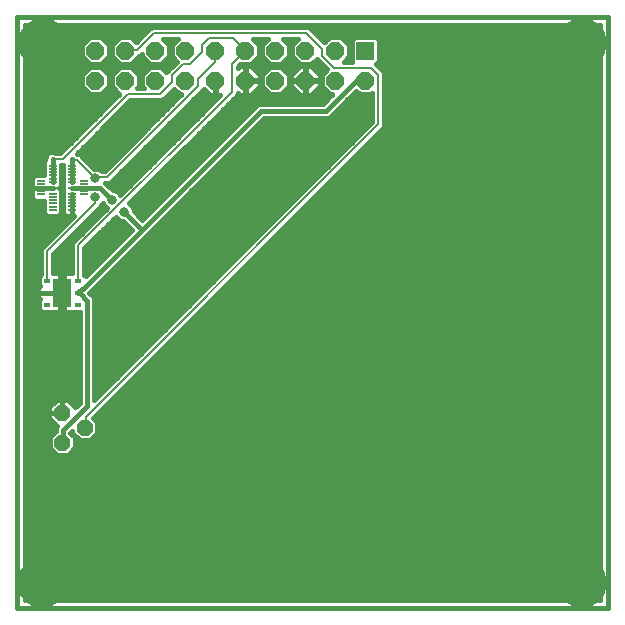
<source format=gtl>
G75*
%MOIN*%
%OFA0B0*%
%FSLAX25Y25*%
%IPPOS*%
%LPD*%
%AMOC8*
5,1,8,0,0,1.08239X$1,22.5*
%
%ADD10C,0.01600*%
%ADD11R,0.06000X0.06000*%
%ADD12OC8,0.06000*%
%ADD13R,0.02756X0.01121*%
%ADD14R,0.02362X0.01575*%
%ADD15R,0.05906X0.09449*%
%ADD16OC8,0.05200*%
%ADD17C,0.03169*%
%ADD18C,0.16598*%
%ADD19C,0.00800*%
D10*
X0001800Y0001800D02*
X0198650Y0001800D01*
X0198650Y0198650D01*
X0001800Y0198650D01*
X0001800Y0001800D01*
X0004400Y0004400D02*
X0004400Y0196050D01*
X0196050Y0196050D01*
X0196050Y0004400D01*
X0004400Y0004400D01*
X0004400Y0004997D02*
X0196050Y0004997D01*
X0196050Y0006596D02*
X0004400Y0006596D01*
X0004400Y0008194D02*
X0196050Y0008194D01*
X0196050Y0009793D02*
X0004400Y0009793D01*
X0004400Y0011391D02*
X0196050Y0011391D01*
X0196050Y0012990D02*
X0004400Y0012990D01*
X0004400Y0014588D02*
X0196050Y0014588D01*
X0196050Y0016187D02*
X0004400Y0016187D01*
X0004400Y0017785D02*
X0196050Y0017785D01*
X0196050Y0019384D02*
X0004400Y0019384D01*
X0004400Y0020982D02*
X0196050Y0020982D01*
X0196050Y0022581D02*
X0004400Y0022581D01*
X0004400Y0024179D02*
X0196050Y0024179D01*
X0196050Y0025778D02*
X0004400Y0025778D01*
X0004400Y0027376D02*
X0196050Y0027376D01*
X0196050Y0028975D02*
X0004400Y0028975D01*
X0004400Y0030573D02*
X0196050Y0030573D01*
X0196050Y0032172D02*
X0004400Y0032172D01*
X0004400Y0033770D02*
X0196050Y0033770D01*
X0196050Y0035369D02*
X0004400Y0035369D01*
X0004400Y0036967D02*
X0196050Y0036967D01*
X0196050Y0038566D02*
X0004400Y0038566D01*
X0004400Y0040164D02*
X0196050Y0040164D01*
X0196050Y0041763D02*
X0004400Y0041763D01*
X0004400Y0043361D02*
X0196050Y0043361D01*
X0196050Y0044960D02*
X0004400Y0044960D01*
X0004400Y0046558D02*
X0196050Y0046558D01*
X0196050Y0048157D02*
X0004400Y0048157D01*
X0004400Y0049755D02*
X0196050Y0049755D01*
X0196050Y0051354D02*
X0004400Y0051354D01*
X0004400Y0052952D02*
X0014708Y0052952D01*
X0015060Y0052600D02*
X0018540Y0052600D01*
X0021000Y0055060D01*
X0021000Y0058540D01*
X0019467Y0060073D01*
X0020100Y0060706D01*
X0020100Y0060060D01*
X0022560Y0057600D01*
X0026040Y0057600D01*
X0028500Y0060060D01*
X0028500Y0063540D01*
X0027034Y0065006D01*
X0123028Y0161000D01*
X0123028Y0161000D01*
X0124200Y0162172D01*
X0124200Y0180228D01*
X0123028Y0181400D01*
X0121500Y0182928D01*
X0121526Y0182928D01*
X0122463Y0183866D01*
X0122463Y0191191D01*
X0121526Y0192128D01*
X0114200Y0192128D01*
X0113263Y0191191D01*
X0113263Y0183866D01*
X0113329Y0183800D01*
X0110640Y0183800D01*
X0112463Y0185623D01*
X0112463Y0189434D01*
X0109768Y0192128D01*
X0105958Y0192128D01*
X0104129Y0190300D01*
X0099028Y0195400D01*
X0046572Y0195400D01*
X0045400Y0194228D01*
X0041534Y0190363D01*
X0039768Y0192128D01*
X0035958Y0192128D01*
X0033263Y0189434D01*
X0033263Y0185623D01*
X0035958Y0182928D01*
X0039768Y0182928D01*
X0042463Y0185623D01*
X0042463Y0185800D01*
X0042628Y0185800D01*
X0043263Y0186435D01*
X0043263Y0185623D01*
X0045958Y0182928D01*
X0049768Y0182928D01*
X0052463Y0185623D01*
X0052463Y0189434D01*
X0050497Y0191400D01*
X0055229Y0191400D01*
X0053263Y0189434D01*
X0053263Y0185623D01*
X0055029Y0183857D01*
X0055000Y0183828D01*
X0051534Y0180363D01*
X0049768Y0182128D01*
X0045958Y0182128D01*
X0043263Y0179434D01*
X0043263Y0175623D01*
X0043886Y0175000D01*
X0041840Y0175000D01*
X0042463Y0175623D01*
X0042463Y0179434D01*
X0039768Y0182128D01*
X0035958Y0182128D01*
X0033263Y0179434D01*
X0033263Y0175623D01*
X0035829Y0173057D01*
X0016172Y0153400D01*
X0014802Y0153400D01*
X0014614Y0153525D01*
X0014454Y0153492D01*
X0014029Y0153668D01*
X0013075Y0153668D01*
X0012192Y0153303D01*
X0011517Y0152628D01*
X0011152Y0151746D01*
X0011152Y0150933D01*
X0010576Y0150357D01*
X0010576Y0147135D01*
X0010573Y0147133D01*
X0010573Y0146117D01*
X0007680Y0146117D01*
X0006743Y0145180D01*
X0006743Y0141958D01*
X0006741Y0141956D01*
X0006741Y0139509D01*
X0006741Y0138438D01*
X0007678Y0137501D01*
X0010574Y0137501D01*
X0010574Y0136744D01*
X0010572Y0136742D01*
X0010572Y0134295D01*
X0010572Y0133224D01*
X0011509Y0132287D01*
X0015590Y0132287D01*
X0016528Y0133224D01*
X0016528Y0135359D01*
X0016530Y0135361D01*
X0016530Y0137807D01*
X0016530Y0137807D01*
X0016530Y0140411D01*
X0016607Y0140545D01*
X0016730Y0141002D01*
X0016730Y0141800D01*
X0016730Y0142598D01*
X0016607Y0143055D01*
X0016530Y0143189D01*
X0016530Y0144992D01*
X0016529Y0144992D01*
X0016529Y0145750D01*
X0016531Y0145752D01*
X0016531Y0148198D01*
X0016531Y0149400D01*
X0017057Y0149400D01*
X0017057Y0147124D01*
X0017055Y0147122D01*
X0017055Y0144675D01*
X0017055Y0143604D01*
X0017070Y0143589D01*
X0017070Y0141221D01*
X0016993Y0141087D01*
X0016870Y0140629D01*
X0016870Y0139832D01*
X0017065Y0139832D01*
X0017065Y0139831D01*
X0016870Y0139831D01*
X0016870Y0139034D01*
X0016993Y0138576D01*
X0017065Y0138452D01*
X0017065Y0136785D01*
X0017063Y0136782D01*
X0017063Y0134336D01*
X0017063Y0133264D01*
X0018000Y0132327D01*
X0020699Y0132327D01*
X0009800Y0121428D01*
X0009800Y0113086D01*
X0008901Y0112187D01*
X0008901Y0109287D01*
X0009278Y0108910D01*
X0009060Y0108693D01*
X0008823Y0108282D01*
X0008701Y0107824D01*
X0008701Y0106800D01*
X0008701Y0105776D01*
X0008823Y0105318D01*
X0009060Y0104907D01*
X0009278Y0104690D01*
X0008901Y0104313D01*
X0008901Y0101413D01*
X0009838Y0100476D01*
X0013019Y0100476D01*
X0013152Y0100398D01*
X0013610Y0100276D01*
X0016124Y0100276D01*
X0016124Y0106124D01*
X0017476Y0106124D01*
X0017476Y0100276D01*
X0019990Y0100276D01*
X0020448Y0100398D01*
X0020581Y0100476D01*
X0022600Y0100476D01*
X0022600Y0069994D01*
X0021200Y0068594D01*
X0021200Y0068623D01*
X0018623Y0071200D01*
X0016800Y0071200D01*
X0016800Y0066800D01*
X0016800Y0066800D01*
X0016800Y0066800D01*
X0012400Y0066800D01*
X0012400Y0068623D01*
X0014977Y0071200D01*
X0016800Y0071200D01*
X0016800Y0066800D01*
X0012400Y0066800D01*
X0012400Y0064977D01*
X0014977Y0062400D01*
X0015006Y0062400D01*
X0014965Y0062359D01*
X0014600Y0061477D01*
X0014600Y0060540D01*
X0012600Y0058540D01*
X0012600Y0055060D01*
X0015060Y0052600D01*
X0013109Y0054551D02*
X0004400Y0054551D01*
X0004400Y0056149D02*
X0012600Y0056149D01*
X0012600Y0057748D02*
X0004400Y0057748D01*
X0004400Y0059346D02*
X0013407Y0059346D01*
X0014600Y0060945D02*
X0004400Y0060945D01*
X0004400Y0062543D02*
X0014834Y0062543D01*
X0013236Y0064142D02*
X0004400Y0064142D01*
X0004400Y0065740D02*
X0012400Y0065740D01*
X0012400Y0067339D02*
X0004400Y0067339D01*
X0004400Y0068937D02*
X0012715Y0068937D01*
X0014313Y0070536D02*
X0004400Y0070536D01*
X0004400Y0072134D02*
X0022600Y0072134D01*
X0022600Y0070536D02*
X0019287Y0070536D01*
X0020885Y0068937D02*
X0021543Y0068937D01*
X0025000Y0069000D02*
X0025000Y0104200D01*
X0022600Y0106600D01*
X0021918Y0106800D01*
X0022200Y0107000D01*
X0023400Y0108200D01*
X0023800Y0108200D01*
X0043400Y0127800D01*
X0037400Y0133800D01*
X0039628Y0136075D02*
X0048281Y0136075D01*
X0049879Y0137673D02*
X0040102Y0137673D01*
X0039204Y0136499D02*
X0040099Y0135604D01*
X0040584Y0134433D01*
X0040584Y0134010D01*
X0043400Y0131194D01*
X0081641Y0169435D01*
X0082523Y0169800D01*
X0103606Y0169800D01*
X0106734Y0172928D01*
X0105958Y0172928D01*
X0103263Y0175623D01*
X0103263Y0179434D01*
X0105100Y0181271D01*
X0101606Y0184766D01*
X0099768Y0182928D01*
X0095958Y0182928D01*
X0093263Y0185623D01*
X0093263Y0189434D01*
X0095229Y0191400D01*
X0090497Y0191400D01*
X0092463Y0189434D01*
X0092463Y0185623D01*
X0089768Y0182928D01*
X0085958Y0182928D01*
X0083263Y0185623D01*
X0083263Y0189434D01*
X0085229Y0191400D01*
X0080497Y0191400D01*
X0082463Y0189434D01*
X0082463Y0185623D01*
X0079768Y0182928D01*
X0076157Y0182928D01*
X0075400Y0182172D01*
X0075400Y0181854D01*
X0075875Y0182328D01*
X0077663Y0182328D01*
X0077663Y0177728D01*
X0078063Y0177728D01*
X0082663Y0177728D01*
X0082663Y0179517D01*
X0079851Y0182328D01*
X0078063Y0182328D01*
X0078063Y0177728D01*
X0078063Y0177328D01*
X0078063Y0172728D01*
X0079851Y0172728D01*
X0082663Y0175540D01*
X0082663Y0177328D01*
X0078063Y0177328D01*
X0077663Y0177328D01*
X0077663Y0172728D01*
X0075875Y0172728D01*
X0075400Y0173203D01*
X0075400Y0172972D01*
X0074228Y0171800D01*
X0039009Y0136580D01*
X0039204Y0136499D01*
X0040566Y0134476D02*
X0046682Y0134476D01*
X0045084Y0132878D02*
X0041716Y0132878D01*
X0043315Y0131279D02*
X0043485Y0131279D01*
X0043400Y0127800D02*
X0083000Y0167400D01*
X0104600Y0167400D01*
X0114600Y0177400D01*
X0117800Y0177400D01*
X0117863Y0177528D01*
X0114740Y0174146D02*
X0115958Y0172928D01*
X0119768Y0172928D01*
X0120200Y0173360D01*
X0120200Y0163828D01*
X0027400Y0071028D01*
X0027400Y0104677D01*
X0027035Y0105559D01*
X0025794Y0106800D01*
X0045435Y0126441D01*
X0083994Y0165000D01*
X0105077Y0165000D01*
X0105959Y0165365D01*
X0106635Y0166041D01*
X0114740Y0174146D01*
X0113435Y0172841D02*
X0120200Y0172841D01*
X0120200Y0171242D02*
X0111836Y0171242D01*
X0110238Y0169644D02*
X0120200Y0169644D01*
X0120200Y0168045D02*
X0108639Y0168045D01*
X0107041Y0166447D02*
X0120200Y0166447D01*
X0120200Y0164848D02*
X0083842Y0164848D01*
X0082244Y0163250D02*
X0119621Y0163250D01*
X0118023Y0161651D02*
X0080645Y0161651D01*
X0079047Y0160053D02*
X0116424Y0160053D01*
X0114826Y0158454D02*
X0077448Y0158454D01*
X0075850Y0156856D02*
X0113227Y0156856D01*
X0111629Y0155257D02*
X0074251Y0155257D01*
X0072653Y0153659D02*
X0110030Y0153659D01*
X0108432Y0152060D02*
X0071054Y0152060D01*
X0069456Y0150462D02*
X0106833Y0150462D01*
X0105235Y0148863D02*
X0067857Y0148863D01*
X0066259Y0147265D02*
X0103636Y0147265D01*
X0102038Y0145666D02*
X0064660Y0145666D01*
X0063062Y0144068D02*
X0100439Y0144068D01*
X0098841Y0142469D02*
X0061463Y0142469D01*
X0059865Y0140870D02*
X0097242Y0140870D01*
X0095644Y0139272D02*
X0058266Y0139272D01*
X0056668Y0137673D02*
X0094045Y0137673D01*
X0092447Y0136075D02*
X0055069Y0136075D01*
X0053471Y0134476D02*
X0090848Y0134476D01*
X0089250Y0132878D02*
X0051872Y0132878D01*
X0050274Y0131279D02*
X0087651Y0131279D01*
X0086052Y0129681D02*
X0048675Y0129681D01*
X0047077Y0128082D02*
X0084454Y0128082D01*
X0082855Y0126484D02*
X0045478Y0126484D01*
X0043879Y0124885D02*
X0081257Y0124885D01*
X0079658Y0123287D02*
X0042281Y0123287D01*
X0040682Y0121688D02*
X0078060Y0121688D01*
X0076461Y0120090D02*
X0039084Y0120090D01*
X0037485Y0118491D02*
X0074863Y0118491D01*
X0073264Y0116893D02*
X0035887Y0116893D01*
X0034288Y0115294D02*
X0071666Y0115294D01*
X0070067Y0113696D02*
X0032690Y0113696D01*
X0031091Y0112097D02*
X0068469Y0112097D01*
X0066870Y0110499D02*
X0029493Y0110499D01*
X0027894Y0108900D02*
X0065272Y0108900D01*
X0063673Y0107302D02*
X0026296Y0107302D01*
X0026891Y0105703D02*
X0062075Y0105703D01*
X0060476Y0104105D02*
X0027400Y0104105D01*
X0027400Y0102506D02*
X0058878Y0102506D01*
X0057279Y0100908D02*
X0027400Y0100908D01*
X0027400Y0099309D02*
X0055681Y0099309D01*
X0054082Y0097711D02*
X0027400Y0097711D01*
X0027400Y0096112D02*
X0052484Y0096112D01*
X0050885Y0094514D02*
X0027400Y0094514D01*
X0027400Y0092915D02*
X0049287Y0092915D01*
X0047688Y0091317D02*
X0027400Y0091317D01*
X0027400Y0089718D02*
X0046090Y0089718D01*
X0044491Y0088120D02*
X0027400Y0088120D01*
X0027400Y0086521D02*
X0042893Y0086521D01*
X0041294Y0084923D02*
X0027400Y0084923D01*
X0027400Y0083324D02*
X0039696Y0083324D01*
X0038097Y0081726D02*
X0027400Y0081726D01*
X0027400Y0080127D02*
X0036499Y0080127D01*
X0034900Y0078529D02*
X0027400Y0078529D01*
X0027400Y0076930D02*
X0033302Y0076930D01*
X0031703Y0075332D02*
X0027400Y0075332D01*
X0027400Y0073733D02*
X0030105Y0073733D01*
X0028506Y0072134D02*
X0027400Y0072134D01*
X0025000Y0069000D02*
X0017000Y0061000D01*
X0017000Y0057000D01*
X0016800Y0056800D01*
X0020193Y0059346D02*
X0020814Y0059346D01*
X0021000Y0057748D02*
X0022412Y0057748D01*
X0021000Y0056149D02*
X0196050Y0056149D01*
X0196050Y0054551D02*
X0020491Y0054551D01*
X0018892Y0052952D02*
X0196050Y0052952D01*
X0196050Y0057748D02*
X0026188Y0057748D01*
X0027786Y0059346D02*
X0196050Y0059346D01*
X0196050Y0060945D02*
X0028500Y0060945D01*
X0028500Y0062543D02*
X0196050Y0062543D01*
X0196050Y0064142D02*
X0027898Y0064142D01*
X0027769Y0065740D02*
X0196050Y0065740D01*
X0196050Y0067339D02*
X0029367Y0067339D01*
X0030966Y0068937D02*
X0196050Y0068937D01*
X0196050Y0070536D02*
X0032564Y0070536D01*
X0034163Y0072134D02*
X0196050Y0072134D01*
X0196050Y0073733D02*
X0035761Y0073733D01*
X0037360Y0075332D02*
X0196050Y0075332D01*
X0196050Y0076930D02*
X0038958Y0076930D01*
X0040557Y0078529D02*
X0196050Y0078529D01*
X0196050Y0080127D02*
X0042155Y0080127D01*
X0043754Y0081726D02*
X0196050Y0081726D01*
X0196050Y0083324D02*
X0045352Y0083324D01*
X0046951Y0084923D02*
X0196050Y0084923D01*
X0196050Y0086521D02*
X0048550Y0086521D01*
X0050148Y0088120D02*
X0196050Y0088120D01*
X0196050Y0089718D02*
X0051747Y0089718D01*
X0053345Y0091317D02*
X0196050Y0091317D01*
X0196050Y0092915D02*
X0054944Y0092915D01*
X0056542Y0094514D02*
X0196050Y0094514D01*
X0196050Y0096112D02*
X0058141Y0096112D01*
X0059739Y0097711D02*
X0196050Y0097711D01*
X0196050Y0099309D02*
X0061338Y0099309D01*
X0062936Y0100908D02*
X0196050Y0100908D01*
X0196050Y0102506D02*
X0064535Y0102506D01*
X0066133Y0104105D02*
X0196050Y0104105D01*
X0196050Y0105703D02*
X0067732Y0105703D01*
X0069330Y0107302D02*
X0196050Y0107302D01*
X0196050Y0108900D02*
X0070929Y0108900D01*
X0072527Y0110499D02*
X0196050Y0110499D01*
X0196050Y0112097D02*
X0074126Y0112097D01*
X0075724Y0113696D02*
X0196050Y0113696D01*
X0196050Y0115294D02*
X0077323Y0115294D01*
X0078921Y0116893D02*
X0196050Y0116893D01*
X0196050Y0118491D02*
X0080520Y0118491D01*
X0082118Y0120090D02*
X0196050Y0120090D01*
X0196050Y0121688D02*
X0083717Y0121688D01*
X0085315Y0123287D02*
X0196050Y0123287D01*
X0196050Y0124885D02*
X0086914Y0124885D01*
X0088512Y0126484D02*
X0196050Y0126484D01*
X0196050Y0128082D02*
X0090111Y0128082D01*
X0091709Y0129681D02*
X0196050Y0129681D01*
X0196050Y0131279D02*
X0093308Y0131279D01*
X0094906Y0132878D02*
X0196050Y0132878D01*
X0196050Y0134476D02*
X0096505Y0134476D01*
X0098103Y0136075D02*
X0196050Y0136075D01*
X0196050Y0137673D02*
X0099702Y0137673D01*
X0101300Y0139272D02*
X0196050Y0139272D01*
X0196050Y0140870D02*
X0102899Y0140870D01*
X0104497Y0142469D02*
X0196050Y0142469D01*
X0196050Y0144068D02*
X0106096Y0144068D01*
X0107694Y0145666D02*
X0196050Y0145666D01*
X0196050Y0147265D02*
X0109293Y0147265D01*
X0110891Y0148863D02*
X0196050Y0148863D01*
X0196050Y0150462D02*
X0112490Y0150462D01*
X0114088Y0152060D02*
X0196050Y0152060D01*
X0196050Y0153659D02*
X0115687Y0153659D01*
X0117285Y0155257D02*
X0196050Y0155257D01*
X0196050Y0156856D02*
X0118884Y0156856D01*
X0120483Y0158454D02*
X0196050Y0158454D01*
X0196050Y0160053D02*
X0122081Y0160053D01*
X0123680Y0161651D02*
X0196050Y0161651D01*
X0196050Y0163250D02*
X0124200Y0163250D01*
X0124200Y0164848D02*
X0196050Y0164848D01*
X0196050Y0166447D02*
X0124200Y0166447D01*
X0124200Y0168045D02*
X0196050Y0168045D01*
X0196050Y0169644D02*
X0124200Y0169644D01*
X0124200Y0171242D02*
X0196050Y0171242D01*
X0196050Y0172841D02*
X0124200Y0172841D01*
X0124200Y0174439D02*
X0196050Y0174439D01*
X0196050Y0176038D02*
X0124200Y0176038D01*
X0124200Y0177636D02*
X0196050Y0177636D01*
X0196050Y0179235D02*
X0124200Y0179235D01*
X0123595Y0180833D02*
X0196050Y0180833D01*
X0196050Y0182432D02*
X0121997Y0182432D01*
X0122463Y0184030D02*
X0196050Y0184030D01*
X0196050Y0185629D02*
X0122463Y0185629D01*
X0122463Y0187227D02*
X0196050Y0187227D01*
X0196050Y0188826D02*
X0122463Y0188826D01*
X0122463Y0190424D02*
X0196050Y0190424D01*
X0196050Y0192023D02*
X0121631Y0192023D01*
X0114095Y0192023D02*
X0109874Y0192023D01*
X0111472Y0190424D02*
X0113263Y0190424D01*
X0113263Y0188826D02*
X0112463Y0188826D01*
X0112463Y0187227D02*
X0113263Y0187227D01*
X0113263Y0185629D02*
X0112463Y0185629D01*
X0113263Y0184030D02*
X0110870Y0184030D01*
X0104663Y0180833D02*
X0101346Y0180833D01*
X0102663Y0179517D02*
X0099851Y0182328D01*
X0098063Y0182328D01*
X0098063Y0177728D01*
X0102663Y0177728D01*
X0102663Y0179517D01*
X0102663Y0179235D02*
X0103263Y0179235D01*
X0103263Y0177636D02*
X0098063Y0177636D01*
X0098063Y0177728D02*
X0098063Y0177328D01*
X0098063Y0172728D01*
X0099851Y0172728D01*
X0102663Y0175540D01*
X0102663Y0177328D01*
X0098063Y0177328D01*
X0097663Y0177328D01*
X0097663Y0172728D01*
X0095875Y0172728D01*
X0093063Y0175540D01*
X0093063Y0177328D01*
X0097663Y0177328D01*
X0097663Y0177728D01*
X0093063Y0177728D01*
X0093063Y0179517D01*
X0095875Y0182328D01*
X0097663Y0182328D01*
X0097663Y0177728D01*
X0098063Y0177728D01*
X0097663Y0177636D02*
X0092463Y0177636D01*
X0092463Y0176038D02*
X0093063Y0176038D01*
X0092463Y0175623D02*
X0089768Y0172928D01*
X0085958Y0172928D01*
X0083263Y0175623D01*
X0083263Y0179434D01*
X0085958Y0182128D01*
X0089768Y0182128D01*
X0092463Y0179434D01*
X0092463Y0175623D01*
X0091279Y0174439D02*
X0094164Y0174439D01*
X0095762Y0172841D02*
X0079964Y0172841D01*
X0078063Y0172841D02*
X0077663Y0172841D01*
X0077663Y0174439D02*
X0078063Y0174439D01*
X0078063Y0176038D02*
X0077663Y0176038D01*
X0078063Y0177636D02*
X0083263Y0177636D01*
X0083263Y0176038D02*
X0082663Y0176038D01*
X0081562Y0174439D02*
X0084447Y0174439D01*
X0083263Y0179235D02*
X0082663Y0179235D01*
X0081346Y0180833D02*
X0084663Y0180833D01*
X0084856Y0184030D02*
X0080870Y0184030D01*
X0082463Y0185629D02*
X0083263Y0185629D01*
X0083263Y0187227D02*
X0082463Y0187227D01*
X0082463Y0188826D02*
X0083263Y0188826D01*
X0084254Y0190424D02*
X0081472Y0190424D01*
X0075660Y0182432D02*
X0103940Y0182432D01*
X0102341Y0184030D02*
X0100870Y0184030D01*
X0098063Y0180833D02*
X0097663Y0180833D01*
X0097663Y0179235D02*
X0098063Y0179235D01*
X0094380Y0180833D02*
X0091063Y0180833D01*
X0092463Y0179235D02*
X0093063Y0179235D01*
X0094856Y0184030D02*
X0090870Y0184030D01*
X0092463Y0185629D02*
X0093263Y0185629D01*
X0093263Y0187227D02*
X0092463Y0187227D01*
X0092463Y0188826D02*
X0093263Y0188826D01*
X0094254Y0190424D02*
X0091472Y0190424D01*
X0099209Y0195220D02*
X0196050Y0195220D01*
X0196050Y0193621D02*
X0100807Y0193621D01*
X0102406Y0192023D02*
X0105852Y0192023D01*
X0104254Y0190424D02*
X0104004Y0190424D01*
X0103263Y0176038D02*
X0102663Y0176038D01*
X0101562Y0174439D02*
X0104447Y0174439D01*
X0106647Y0172841D02*
X0099964Y0172841D01*
X0098063Y0172841D02*
X0097663Y0172841D01*
X0097663Y0174439D02*
X0098063Y0174439D01*
X0098063Y0176038D02*
X0097663Y0176038D01*
X0105048Y0171242D02*
X0073671Y0171242D01*
X0075269Y0172841D02*
X0075762Y0172841D01*
X0072072Y0169644D02*
X0082145Y0169644D01*
X0080251Y0168045D02*
X0070474Y0168045D01*
X0068875Y0166447D02*
X0078653Y0166447D01*
X0077054Y0164848D02*
X0067277Y0164848D01*
X0065678Y0163250D02*
X0075456Y0163250D01*
X0073857Y0161651D02*
X0064080Y0161651D01*
X0062481Y0160053D02*
X0072259Y0160053D01*
X0070660Y0158454D02*
X0060883Y0158454D01*
X0059284Y0156856D02*
X0069061Y0156856D01*
X0067463Y0155257D02*
X0057686Y0155257D01*
X0056087Y0153659D02*
X0065864Y0153659D01*
X0064266Y0152060D02*
X0054488Y0152060D01*
X0052890Y0150462D02*
X0062667Y0150462D01*
X0061069Y0148863D02*
X0051291Y0148863D01*
X0049693Y0147265D02*
X0059470Y0147265D01*
X0057872Y0145666D02*
X0048094Y0145666D01*
X0046496Y0144068D02*
X0056273Y0144068D01*
X0054675Y0142469D02*
X0044897Y0142469D01*
X0043299Y0140870D02*
X0053076Y0140870D01*
X0051478Y0139272D02*
X0041700Y0139272D01*
X0039241Y0142469D02*
X0032125Y0142469D01*
X0031435Y0143159D02*
X0033610Y0140984D01*
X0034033Y0140984D01*
X0035204Y0140499D01*
X0036099Y0139604D01*
X0036180Y0139409D01*
X0069500Y0172728D01*
X0068063Y0172728D01*
X0068063Y0177328D01*
X0067663Y0177328D01*
X0067663Y0172728D01*
X0065875Y0172728D01*
X0063916Y0174687D01*
X0032628Y0143400D01*
X0031194Y0143400D01*
X0031435Y0143159D01*
X0031435Y0143159D01*
X0033296Y0144068D02*
X0040839Y0144068D01*
X0042438Y0145666D02*
X0034894Y0145666D01*
X0036493Y0147265D02*
X0044036Y0147265D01*
X0045635Y0148863D02*
X0038091Y0148863D01*
X0039690Y0150462D02*
X0047233Y0150462D01*
X0048832Y0152060D02*
X0041288Y0152060D01*
X0042887Y0153659D02*
X0050430Y0153659D01*
X0052029Y0155257D02*
X0044486Y0155257D01*
X0046084Y0156856D02*
X0053627Y0156856D01*
X0055226Y0158454D02*
X0047683Y0158454D01*
X0049281Y0160053D02*
X0056824Y0160053D01*
X0058423Y0161651D02*
X0050880Y0161651D01*
X0052478Y0163250D02*
X0060021Y0163250D01*
X0061620Y0164848D02*
X0054077Y0164848D01*
X0055675Y0166447D02*
X0063218Y0166447D01*
X0064817Y0168045D02*
X0057274Y0168045D01*
X0058872Y0169644D02*
X0066415Y0169644D01*
X0068014Y0171242D02*
X0060471Y0171242D01*
X0062069Y0172841D02*
X0065762Y0172841D01*
X0067663Y0172841D02*
X0068063Y0172841D01*
X0068063Y0174439D02*
X0067663Y0174439D01*
X0067663Y0176038D02*
X0068063Y0176038D01*
X0064164Y0174439D02*
X0063668Y0174439D01*
X0056500Y0172928D02*
X0030972Y0147400D01*
X0029903Y0147400D01*
X0029604Y0147699D01*
X0028433Y0148184D01*
X0027444Y0148184D01*
X0023800Y0151828D01*
X0022628Y0153000D01*
X0021711Y0153000D01*
X0021570Y0153141D01*
X0039428Y0171000D01*
X0050228Y0171000D01*
X0054057Y0174829D01*
X0055958Y0172928D01*
X0056500Y0172928D01*
X0056412Y0172841D02*
X0052069Y0172841D01*
X0053668Y0174439D02*
X0054447Y0174439D01*
X0054814Y0171242D02*
X0050471Y0171242D01*
X0053215Y0169644D02*
X0038072Y0169644D01*
X0036474Y0168045D02*
X0051617Y0168045D01*
X0050018Y0166447D02*
X0034875Y0166447D01*
X0033277Y0164848D02*
X0048420Y0164848D01*
X0046821Y0163250D02*
X0031678Y0163250D01*
X0030080Y0161651D02*
X0045223Y0161651D01*
X0043624Y0160053D02*
X0028481Y0160053D01*
X0026883Y0158454D02*
X0042026Y0158454D01*
X0040427Y0156856D02*
X0025284Y0156856D01*
X0023685Y0155257D02*
X0038829Y0155257D01*
X0037230Y0153659D02*
X0022087Y0153659D01*
X0023568Y0152060D02*
X0035632Y0152060D01*
X0034033Y0150462D02*
X0025167Y0150462D01*
X0026765Y0148863D02*
X0032435Y0148863D01*
X0029400Y0141800D02*
X0033400Y0137800D01*
X0030407Y0136704D02*
X0030701Y0135996D01*
X0031596Y0135101D01*
X0031791Y0135020D01*
X0021372Y0124600D01*
X0021372Y0124600D01*
X0020200Y0123428D01*
X0020200Y0113268D01*
X0019990Y0113324D01*
X0017476Y0113324D01*
X0017476Y0107476D01*
X0016124Y0107476D01*
X0016124Y0106124D01*
X0014663Y0106124D01*
X0014663Y0106800D01*
X0014663Y0107476D01*
X0016124Y0107476D01*
X0016124Y0113324D01*
X0013800Y0113324D01*
X0013800Y0119772D01*
X0028628Y0134600D01*
X0029800Y0135772D01*
X0029800Y0136097D01*
X0030407Y0136704D01*
X0030668Y0136075D02*
X0029800Y0136075D01*
X0028505Y0134476D02*
X0031248Y0134476D01*
X0029650Y0132878D02*
X0026906Y0132878D01*
X0028051Y0131279D02*
X0025308Y0131279D01*
X0026452Y0129681D02*
X0023709Y0129681D01*
X0024854Y0128082D02*
X0022111Y0128082D01*
X0023255Y0126484D02*
X0020512Y0126484D01*
X0021657Y0124885D02*
X0018914Y0124885D01*
X0020200Y0123287D02*
X0017315Y0123287D01*
X0015717Y0121688D02*
X0020200Y0121688D01*
X0020200Y0120090D02*
X0014118Y0120090D01*
X0013800Y0118491D02*
X0020200Y0118491D01*
X0020200Y0116893D02*
X0013800Y0116893D01*
X0013800Y0115294D02*
X0020200Y0115294D01*
X0020200Y0113696D02*
X0013800Y0113696D01*
X0016124Y0112097D02*
X0017476Y0112097D01*
X0017476Y0110499D02*
X0016124Y0110499D01*
X0016124Y0108900D02*
X0017476Y0108900D01*
X0016124Y0107302D02*
X0014663Y0107302D01*
X0014663Y0106800D02*
X0011682Y0106800D01*
X0011682Y0106800D01*
X0014663Y0106800D01*
X0016124Y0105703D02*
X0017476Y0105703D01*
X0017476Y0104105D02*
X0016124Y0104105D01*
X0016124Y0102506D02*
X0017476Y0102506D01*
X0017476Y0100908D02*
X0016124Y0100908D01*
X0022600Y0099309D02*
X0004400Y0099309D01*
X0004400Y0097711D02*
X0022600Y0097711D01*
X0022600Y0096112D02*
X0004400Y0096112D01*
X0004400Y0094514D02*
X0022600Y0094514D01*
X0022600Y0092915D02*
X0004400Y0092915D01*
X0004400Y0091317D02*
X0022600Y0091317D01*
X0022600Y0089718D02*
X0004400Y0089718D01*
X0004400Y0088120D02*
X0022600Y0088120D01*
X0022600Y0086521D02*
X0004400Y0086521D01*
X0004400Y0084923D02*
X0022600Y0084923D01*
X0022600Y0083324D02*
X0004400Y0083324D01*
X0004400Y0081726D02*
X0022600Y0081726D01*
X0022600Y0080127D02*
X0004400Y0080127D01*
X0004400Y0078529D02*
X0022600Y0078529D01*
X0022600Y0076930D02*
X0004400Y0076930D01*
X0004400Y0075332D02*
X0022600Y0075332D01*
X0022600Y0073733D02*
X0004400Y0073733D01*
X0016800Y0070536D02*
X0016800Y0070536D01*
X0016800Y0068937D02*
X0016800Y0068937D01*
X0016800Y0067339D02*
X0016800Y0067339D01*
X0009406Y0100908D02*
X0004400Y0100908D01*
X0004400Y0102506D02*
X0008901Y0102506D01*
X0008901Y0104105D02*
X0004400Y0104105D01*
X0004400Y0105703D02*
X0008720Y0105703D01*
X0008701Y0106800D02*
X0011682Y0106800D01*
X0011682Y0106800D01*
X0008701Y0106800D01*
X0008701Y0107302D02*
X0004400Y0107302D01*
X0004400Y0108900D02*
X0009268Y0108900D01*
X0008901Y0110499D02*
X0004400Y0110499D01*
X0004400Y0112097D02*
X0008901Y0112097D01*
X0009800Y0113696D02*
X0004400Y0113696D01*
X0004400Y0115294D02*
X0009800Y0115294D01*
X0009800Y0116893D02*
X0004400Y0116893D01*
X0004400Y0118491D02*
X0009800Y0118491D01*
X0009800Y0120090D02*
X0004400Y0120090D01*
X0004400Y0121688D02*
X0010060Y0121688D01*
X0011658Y0123287D02*
X0004400Y0123287D01*
X0004400Y0124885D02*
X0013257Y0124885D01*
X0014855Y0126484D02*
X0004400Y0126484D01*
X0004400Y0128082D02*
X0016454Y0128082D01*
X0018052Y0129681D02*
X0004400Y0129681D01*
X0004400Y0131279D02*
X0019651Y0131279D01*
X0020048Y0131957D02*
X0020048Y0132200D01*
X0011400Y0132200D01*
X0006600Y0137000D01*
X0006600Y0141400D01*
X0006800Y0141800D01*
X0013552Y0141800D01*
X0013552Y0143769D02*
X0013552Y0151269D01*
X0011282Y0152060D02*
X0004400Y0152060D01*
X0004400Y0150462D02*
X0010680Y0150462D01*
X0010576Y0148863D02*
X0004400Y0148863D01*
X0004400Y0147265D02*
X0010576Y0147265D01*
X0007229Y0145666D02*
X0004400Y0145666D01*
X0004400Y0144068D02*
X0006743Y0144068D01*
X0006743Y0142469D02*
X0004400Y0142469D01*
X0004400Y0140870D02*
X0006741Y0140870D01*
X0006741Y0139509D02*
X0006741Y0139509D01*
X0006741Y0139272D02*
X0004400Y0139272D01*
X0004400Y0137673D02*
X0007506Y0137673D01*
X0010572Y0136075D02*
X0004400Y0136075D01*
X0004400Y0134476D02*
X0010572Y0134476D01*
X0010572Y0134295D02*
X0010572Y0134295D01*
X0010918Y0132878D02*
X0004400Y0132878D01*
X0015785Y0141800D02*
X0015785Y0141800D01*
X0015785Y0141800D01*
X0016730Y0141800D01*
X0015785Y0141800D01*
X0016730Y0142469D02*
X0017070Y0142469D01*
X0017055Y0144068D02*
X0016530Y0144068D01*
X0017055Y0144675D02*
X0017055Y0144675D01*
X0017055Y0145666D02*
X0016529Y0145666D01*
X0016531Y0147265D02*
X0017057Y0147265D01*
X0016531Y0148198D02*
X0016531Y0148198D01*
X0016531Y0148863D02*
X0017057Y0148863D01*
X0020048Y0151000D02*
X0020048Y0151269D01*
X0020048Y0151000D02*
X0020048Y0143769D01*
X0020048Y0141800D02*
X0029400Y0141800D01*
X0034308Y0140870D02*
X0037642Y0140870D01*
X0034620Y0132191D02*
X0034701Y0131996D01*
X0035596Y0131101D01*
X0036767Y0130616D01*
X0037190Y0130616D01*
X0040006Y0127800D01*
X0024546Y0112340D01*
X0024200Y0112686D01*
X0024200Y0121772D01*
X0034620Y0132191D01*
X0035417Y0131279D02*
X0033708Y0131279D01*
X0032109Y0129681D02*
X0038125Y0129681D01*
X0039723Y0128082D02*
X0030511Y0128082D01*
X0028912Y0126484D02*
X0038690Y0126484D01*
X0037091Y0124885D02*
X0027314Y0124885D01*
X0025715Y0123287D02*
X0035493Y0123287D01*
X0033894Y0121688D02*
X0024200Y0121688D01*
X0024200Y0120090D02*
X0032296Y0120090D01*
X0030697Y0118491D02*
X0024200Y0118491D01*
X0024200Y0116893D02*
X0029099Y0116893D01*
X0027500Y0115294D02*
X0024200Y0115294D01*
X0024200Y0113696D02*
X0025902Y0113696D01*
X0020048Y0132200D02*
X0020048Y0139831D01*
X0016870Y0139272D02*
X0016530Y0139272D01*
X0016530Y0137673D02*
X0017065Y0137673D01*
X0017063Y0136075D02*
X0016530Y0136075D01*
X0016528Y0134476D02*
X0017063Y0134476D01*
X0017063Y0134336D02*
X0017063Y0134336D01*
X0017449Y0132878D02*
X0016182Y0132878D01*
X0016695Y0140870D02*
X0016935Y0140870D01*
X0016430Y0153659D02*
X0014053Y0153659D01*
X0013051Y0153659D02*
X0004400Y0153659D01*
X0004400Y0155257D02*
X0018029Y0155257D01*
X0019627Y0156856D02*
X0004400Y0156856D01*
X0004400Y0158454D02*
X0021226Y0158454D01*
X0022824Y0160053D02*
X0004400Y0160053D01*
X0004400Y0161651D02*
X0024423Y0161651D01*
X0026021Y0163250D02*
X0004400Y0163250D01*
X0004400Y0164848D02*
X0027620Y0164848D01*
X0029218Y0166447D02*
X0004400Y0166447D01*
X0004400Y0168045D02*
X0030817Y0168045D01*
X0032415Y0169644D02*
X0004400Y0169644D01*
X0004400Y0171242D02*
X0034014Y0171242D01*
X0035612Y0172841D02*
X0004400Y0172841D01*
X0004400Y0174439D02*
X0024447Y0174439D01*
X0023263Y0175623D02*
X0025958Y0172928D01*
X0029768Y0172928D01*
X0032463Y0175623D01*
X0032463Y0179434D01*
X0029768Y0182128D01*
X0025958Y0182128D01*
X0023263Y0179434D01*
X0023263Y0175623D01*
X0023263Y0176038D02*
X0004400Y0176038D01*
X0004400Y0177636D02*
X0023263Y0177636D01*
X0023263Y0179235D02*
X0004400Y0179235D01*
X0004400Y0180833D02*
X0024663Y0180833D01*
X0025958Y0182928D02*
X0029768Y0182928D01*
X0032463Y0185623D01*
X0032463Y0189434D01*
X0029768Y0192128D01*
X0025958Y0192128D01*
X0023263Y0189434D01*
X0023263Y0185623D01*
X0025958Y0182928D01*
X0024856Y0184030D02*
X0004400Y0184030D01*
X0004400Y0182432D02*
X0053603Y0182432D01*
X0054856Y0184030D02*
X0050870Y0184030D01*
X0052463Y0185629D02*
X0053263Y0185629D01*
X0053263Y0187227D02*
X0052463Y0187227D01*
X0052463Y0188826D02*
X0053263Y0188826D01*
X0054254Y0190424D02*
X0051472Y0190424D01*
X0046391Y0195220D02*
X0004400Y0195220D01*
X0004400Y0193621D02*
X0044793Y0193621D01*
X0043194Y0192023D02*
X0039874Y0192023D01*
X0041472Y0190424D02*
X0041596Y0190424D01*
X0042463Y0185629D02*
X0043263Y0185629D01*
X0044856Y0184030D02*
X0040870Y0184030D01*
X0041063Y0180833D02*
X0044663Y0180833D01*
X0043263Y0179235D02*
X0042463Y0179235D01*
X0042463Y0177636D02*
X0043263Y0177636D01*
X0043263Y0176038D02*
X0042463Y0176038D01*
X0034447Y0174439D02*
X0031279Y0174439D01*
X0032463Y0176038D02*
X0033263Y0176038D01*
X0033263Y0177636D02*
X0032463Y0177636D01*
X0032463Y0179235D02*
X0033263Y0179235D01*
X0034663Y0180833D02*
X0031063Y0180833D01*
X0030870Y0184030D02*
X0034856Y0184030D01*
X0033263Y0185629D02*
X0032463Y0185629D01*
X0032463Y0187227D02*
X0033263Y0187227D01*
X0033263Y0188826D02*
X0032463Y0188826D01*
X0031472Y0190424D02*
X0034254Y0190424D01*
X0035852Y0192023D02*
X0029874Y0192023D01*
X0025852Y0192023D02*
X0004400Y0192023D01*
X0004400Y0190424D02*
X0024254Y0190424D01*
X0023263Y0188826D02*
X0004400Y0188826D01*
X0004400Y0187227D02*
X0023263Y0187227D01*
X0023263Y0185629D02*
X0004400Y0185629D01*
X0051063Y0180833D02*
X0052005Y0180833D01*
X0077663Y0180833D02*
X0078063Y0180833D01*
X0078063Y0179235D02*
X0077663Y0179235D01*
D11*
X0117863Y0187528D03*
D12*
X0117863Y0177528D03*
X0107863Y0177528D03*
X0097863Y0177528D03*
X0087863Y0177528D03*
X0077863Y0177528D03*
X0067863Y0177528D03*
X0057863Y0177528D03*
X0047863Y0177528D03*
X0037863Y0177528D03*
X0027863Y0177528D03*
X0027863Y0187528D03*
X0037863Y0187528D03*
X0047863Y0187528D03*
X0057863Y0187528D03*
X0067863Y0187528D03*
X0077863Y0187528D03*
X0087863Y0187528D03*
X0097863Y0187528D03*
X0107863Y0187528D03*
D13*
X0023876Y0143957D03*
X0023876Y0142882D03*
X0023876Y0141798D03*
X0023874Y0140733D03*
X0023874Y0139661D03*
X0022245Y0141798D03*
X0020048Y0141800D03*
X0020048Y0139831D03*
X0020043Y0138783D03*
X0020043Y0137708D03*
X0020043Y0136624D03*
X0020040Y0135559D03*
X0020040Y0134488D03*
X0013550Y0134447D03*
X0013550Y0135519D03*
X0013552Y0136584D03*
X0013552Y0137668D03*
X0013552Y0138743D03*
X0013552Y0139831D03*
X0013552Y0141800D03*
X0011596Y0141800D03*
X0009721Y0141798D03*
X0009719Y0140733D03*
X0009719Y0139661D03*
X0009721Y0142882D03*
X0009721Y0143957D03*
X0013552Y0143769D03*
X0013551Y0144838D03*
X0013551Y0145910D03*
X0013553Y0146975D03*
X0013553Y0148059D03*
X0013553Y0149133D03*
X0020035Y0149122D03*
X0020035Y0148048D03*
X0020035Y0146964D03*
X0020033Y0145898D03*
X0020033Y0144827D03*
X0020048Y0143769D03*
D14*
X0021918Y0110737D03*
X0021918Y0106800D03*
X0021918Y0102863D03*
X0011682Y0102863D03*
X0011682Y0106800D03*
X0011682Y0110737D03*
D15*
X0016800Y0106800D03*
D16*
X0016800Y0066800D03*
X0024300Y0061800D03*
X0016800Y0056800D03*
D17*
X0031800Y0124300D03*
X0037400Y0133800D03*
X0033400Y0137800D03*
X0027800Y0138600D03*
X0027800Y0145000D03*
X0036800Y0161800D03*
X0049300Y0156800D03*
X0056800Y0146800D03*
X0071800Y0131800D03*
D18*
X0010308Y0190048D03*
X0190116Y0190066D03*
X0190116Y0010066D03*
X0010116Y0010066D03*
D19*
X0024300Y0061800D02*
X0024600Y0061800D01*
X0024600Y0065400D01*
X0122200Y0163000D01*
X0122200Y0179400D01*
X0119800Y0181800D01*
X0107400Y0181800D01*
X0103400Y0185800D01*
X0103400Y0188200D01*
X0098200Y0193400D01*
X0047400Y0193400D01*
X0041800Y0187800D01*
X0038200Y0187800D01*
X0037863Y0187528D01*
X0038600Y0173000D02*
X0049400Y0173000D01*
X0053400Y0177000D01*
X0053400Y0179400D01*
X0057000Y0183000D01*
X0059400Y0183000D01*
X0063400Y0187000D01*
X0063400Y0189400D01*
X0065800Y0191800D01*
X0073800Y0191800D01*
X0077800Y0187800D01*
X0077863Y0187528D01*
X0077800Y0187400D01*
X0073400Y0183000D01*
X0073400Y0173800D01*
X0022200Y0122600D01*
X0022200Y0111000D01*
X0021918Y0110737D01*
X0011800Y0111000D02*
X0011800Y0120600D01*
X0027800Y0136600D01*
X0027800Y0138600D01*
X0027800Y0145000D02*
X0027800Y0145400D01*
X0031800Y0145400D01*
X0062200Y0175800D01*
X0062200Y0178200D01*
X0067800Y0183800D01*
X0067800Y0187400D01*
X0067863Y0187528D01*
X0038600Y0173000D02*
X0017000Y0151400D01*
X0014200Y0151400D01*
X0013552Y0151269D01*
X0020048Y0151000D02*
X0021800Y0151000D01*
X0027800Y0145000D01*
X0011800Y0111000D02*
X0011682Y0110737D01*
M02*

</source>
